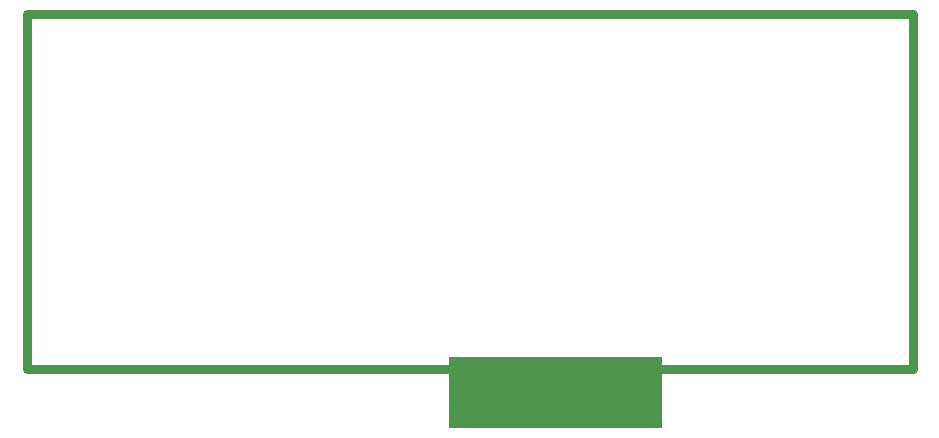
<source format=gbr>
%TF.GenerationSoftware,Altium Limited,Altium Designer,24.0.1 (36)*%
G04 Layer_Color=16711935*
%FSLAX45Y45*%
%MOMM*%
%TF.SameCoordinates,65C793CC-7C80-44E8-9821-AA658A2EEAB5*%
%TF.FilePolarity,Positive*%
%TF.FileFunction,Keep-out,Top*%
%TF.Part,Single*%
G01*
G75*
%TA.AperFunction,NonConductor*%
%ADD87C,0.75000*%
G36*
X5375500Y-499500D02*
X3575500D01*
Y100500D01*
X5375500D01*
Y-499500D01*
D02*
G37*
D87*
X-0Y0D02*
X0Y3000000D01*
X5675000D02*
X7500000D01*
X0Y3000000D02*
X1925000Y3000000D01*
X4687500Y0D02*
X5625000D01*
X1875000D02*
X2812500D01*
X5625000D02*
X7500000D01*
X0D02*
X1875000D01*
X7500000Y3000000D02*
X7500000Y0D01*
X1925000Y3000000D02*
X5675000D01*
X2812500Y0D02*
X4687500D01*
%TF.MD5,0558fccf23a60ea836c57c0aa997af13*%
M02*

</source>
